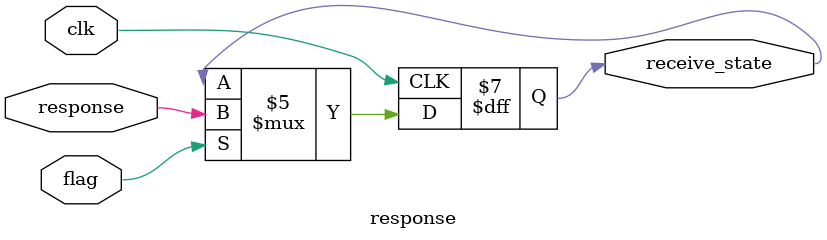
<source format=v>
`timescale 1ns / 1ps
module response(
	 input clk,
	 input flag,
	 input response,
	 output reg receive_state
    );
	 reg [47:0]sequence;
	 initial begin 
	 receive_state<=0;
	 sequence<=48'b111111111111111111111111111111111111111111111111;
	 end
	 
	 always @(posedge clk)begin
	 if(flag==1)begin
	 sequence<={sequence[46:0],response};
	 if(sequence==48'b000000000000000000000000000000000000000000000001)receive_state<=1'b1;
	 receive_state<=response;
	 end
	 //else
	 sequence<=48'b111111111111111111111111111111111111111111111111;
	 end


endmodule

</source>
